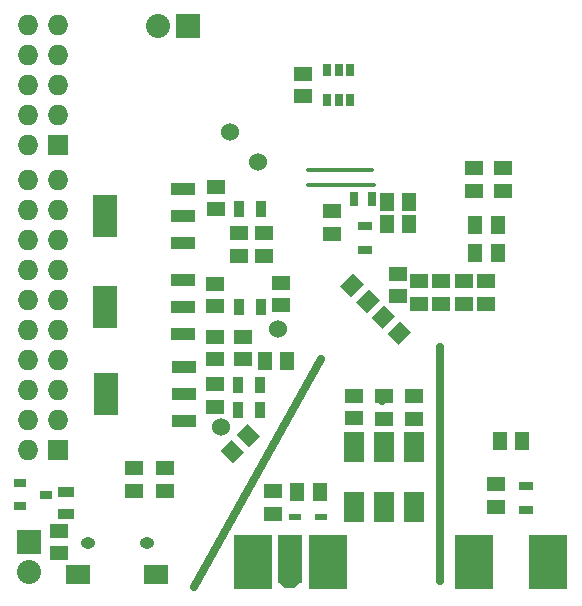
<source format=gbs>
%FSLAX34Y34*%
G04 Gerber Fmt 3.4, Leading zero omitted, Abs format*
G04 (created by PCBNEW (2014-06-26 BZR 4956)-product) date Mon 30 Jun 2014 09:44:14 AM PDT*
%MOIN*%
G01*
G70*
G90*
G04 APERTURE LIST*
%ADD10C,0.003937*%
%ADD11C,0.011811*%
%ADD12C,0.027559*%
%ADD13R,0.130000X0.180000*%
%ADD14R,0.078700X0.160300*%
%ADD15R,0.068000X0.068000*%
%ADD16O,0.068000X0.068000*%
%ADD17R,0.051200X0.059000*%
%ADD18R,0.065000X0.100000*%
%ADD19C,0.060000*%
%ADD20R,0.059000X0.051200*%
%ADD21O,0.049213X0.037402*%
%ADD22R,0.039400X0.023600*%
%ADD23R,0.035000X0.055000*%
%ADD24R,0.055000X0.035000*%
%ADD25R,0.080000X0.080000*%
%ADD26O,0.080000X0.080000*%
%ADD27R,0.039400X0.031500*%
%ADD28R,0.047200X0.031500*%
%ADD29R,0.080000X0.144000*%
%ADD30R,0.080000X0.040000*%
%ADD31R,0.027600X0.039400*%
%ADD32R,0.025000X0.045000*%
G04 APERTURE END LIST*
G54D10*
G54D11*
X59202Y-19370D02*
X61338Y-19370D01*
G54D12*
X63612Y-25285D02*
X63612Y-33070D01*
G54D11*
X61722Y-27145D02*
X61663Y-27145D01*
X61722Y-26978D02*
X61722Y-27145D01*
G54D12*
X55413Y-33287D02*
X59645Y-25669D01*
G54D11*
X59202Y-19862D02*
X61427Y-19862D01*
G54D13*
X57376Y-32444D03*
G54D10*
G36*
X58197Y-33107D02*
X58984Y-33107D01*
X58748Y-33304D01*
X58433Y-33304D01*
X58197Y-33107D01*
X58197Y-33107D01*
G37*
G54D14*
X58622Y-32344D03*
G54D13*
X59868Y-32444D03*
X64738Y-32444D03*
X67230Y-32444D03*
G54D15*
X50893Y-28712D03*
G54D16*
X49893Y-28712D03*
X50893Y-27712D03*
X49893Y-27712D03*
X50893Y-26712D03*
X49893Y-26712D03*
X50893Y-25712D03*
X49893Y-25712D03*
X50893Y-24712D03*
X49893Y-24712D03*
X50893Y-23712D03*
X49893Y-23712D03*
X50893Y-22712D03*
X49893Y-22712D03*
X50893Y-21712D03*
X49893Y-21712D03*
X50893Y-20712D03*
X49893Y-20712D03*
X50893Y-19712D03*
X49893Y-19712D03*
G54D17*
X59597Y-30098D03*
X58847Y-30098D03*
G54D18*
X62746Y-30592D03*
X61746Y-30592D03*
X60757Y-30596D03*
X60746Y-28592D03*
X61746Y-28592D03*
X62746Y-28592D03*
G54D19*
X56318Y-27933D03*
G54D20*
X53425Y-29310D03*
X53425Y-30060D03*
X56929Y-21475D03*
X56929Y-22225D03*
X54448Y-29310D03*
X54448Y-30060D03*
X57755Y-21475D03*
X57755Y-22225D03*
X56102Y-27264D03*
X56102Y-26514D03*
X56141Y-20689D03*
X56141Y-19939D03*
X65708Y-20060D03*
X65708Y-19310D03*
G54D17*
X61839Y-20433D03*
X62589Y-20433D03*
G54D20*
X64736Y-20063D03*
X64736Y-19313D03*
G54D17*
X61839Y-21181D03*
X62589Y-21181D03*
X65532Y-22125D03*
X64782Y-22125D03*
X65532Y-21220D03*
X64782Y-21220D03*
G54D20*
X62923Y-23829D03*
X62923Y-23079D03*
X62224Y-23583D03*
X62224Y-22833D03*
X61732Y-27668D03*
X61732Y-26918D03*
X60757Y-27648D03*
X60757Y-26898D03*
X62755Y-27658D03*
X62755Y-26908D03*
X56102Y-24939D03*
X56102Y-25689D03*
X57037Y-24939D03*
X57037Y-25689D03*
G54D17*
X66349Y-28405D03*
X65599Y-28405D03*
G54D20*
X63661Y-23839D03*
X63661Y-23089D03*
X65472Y-29841D03*
X65472Y-30591D03*
G54D10*
G36*
X62122Y-24244D02*
X61705Y-24661D01*
X61343Y-24299D01*
X61760Y-23882D01*
X62122Y-24244D01*
X62122Y-24244D01*
G37*
G36*
X62652Y-24774D02*
X62235Y-25192D01*
X61873Y-24830D01*
X62290Y-24412D01*
X62652Y-24774D01*
X62652Y-24774D01*
G37*
G36*
X60820Y-23767D02*
X61237Y-23349D01*
X61599Y-23711D01*
X61182Y-24129D01*
X60820Y-23767D01*
X60820Y-23767D01*
G37*
G36*
X60290Y-23236D02*
X60707Y-22819D01*
X61069Y-23181D01*
X60652Y-23598D01*
X60290Y-23236D01*
X60290Y-23236D01*
G37*
G54D20*
X56102Y-23918D03*
X56102Y-23168D03*
X64409Y-23839D03*
X64409Y-23089D03*
X58031Y-30077D03*
X58031Y-30827D03*
X65157Y-23839D03*
X65157Y-23089D03*
X59055Y-16910D03*
X59055Y-16160D03*
X50905Y-31396D03*
X50905Y-32146D03*
G54D21*
X51870Y-31791D03*
X53838Y-31791D03*
G54D10*
G36*
X51948Y-32549D02*
X51948Y-33159D01*
X51161Y-33159D01*
X51161Y-32549D01*
X51948Y-32549D01*
X51948Y-32549D01*
G37*
G36*
X54547Y-32549D02*
X54547Y-33159D01*
X53759Y-33159D01*
X53759Y-32549D01*
X54547Y-32549D01*
X54547Y-32549D01*
G37*
G54D22*
X59635Y-30944D03*
X58769Y-30944D03*
G54D23*
X56869Y-26535D03*
X57619Y-26535D03*
X56869Y-27362D03*
X57619Y-27362D03*
X56908Y-20688D03*
X57658Y-20688D03*
X56908Y-23937D03*
X57658Y-23937D03*
G54D24*
X51141Y-30097D03*
X51141Y-30847D03*
G54D19*
X56614Y-18110D03*
G54D15*
X50893Y-18535D03*
G54D16*
X49893Y-18535D03*
X50893Y-17535D03*
X49893Y-17535D03*
X50893Y-16535D03*
X49893Y-16535D03*
X50893Y-15535D03*
X49893Y-15535D03*
X50893Y-14535D03*
X49893Y-14535D03*
G54D19*
X58208Y-24669D03*
G54D25*
X49901Y-31783D03*
G54D26*
X49901Y-32783D03*
G54D27*
X50472Y-30196D03*
X49606Y-29821D03*
X49606Y-30571D03*
G54D28*
X61122Y-21239D03*
X61122Y-22027D03*
X66496Y-30708D03*
X66496Y-29920D03*
G54D19*
X57559Y-19094D03*
G54D29*
X52479Y-26850D03*
G54D30*
X55079Y-26850D03*
X55079Y-27750D03*
X55079Y-25950D03*
G54D29*
X52440Y-20905D03*
G54D30*
X55040Y-20905D03*
X55040Y-21805D03*
X55040Y-20005D03*
G54D29*
X52440Y-23937D03*
G54D30*
X55040Y-23937D03*
X55040Y-24837D03*
X55040Y-23037D03*
G54D31*
X59861Y-17035D03*
X60236Y-17035D03*
X60611Y-17035D03*
X60611Y-16035D03*
X60236Y-16035D03*
X59861Y-16035D03*
G54D25*
X55224Y-14566D03*
G54D26*
X54224Y-14566D03*
G54D17*
X57766Y-25740D03*
X58516Y-25740D03*
G54D10*
G36*
X57249Y-28612D02*
X56832Y-28195D01*
X57194Y-27833D01*
X57611Y-28250D01*
X57249Y-28612D01*
X57249Y-28612D01*
G37*
G36*
X56719Y-29142D02*
X56301Y-28725D01*
X56663Y-28363D01*
X57081Y-28780D01*
X56719Y-29142D01*
X56719Y-29142D01*
G37*
G54D20*
X60019Y-20747D03*
X60019Y-21497D03*
X58299Y-23886D03*
X58299Y-23136D03*
G54D32*
X60762Y-20334D03*
X61362Y-20334D03*
M02*

</source>
